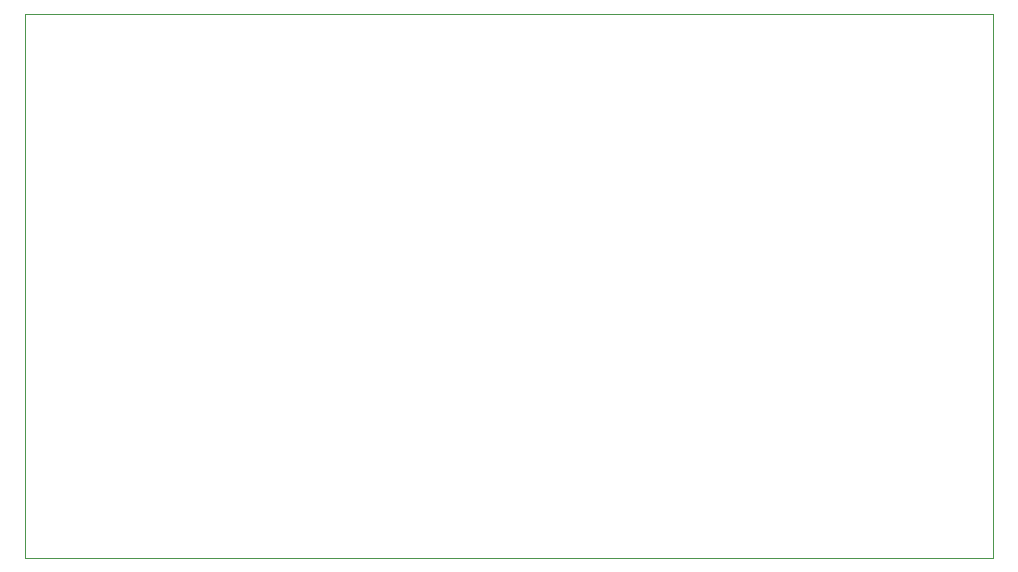
<source format=gm1>
G04 #@! TF.GenerationSoftware,KiCad,Pcbnew,9.0.0*
G04 #@! TF.CreationDate,2025-09-02T12:19:59+03:00*
G04 #@! TF.ProjectId,GSM_SMA_V1.0,47534d5f-534d-4415-9f56-312e302e6b69,rev?*
G04 #@! TF.SameCoordinates,Original*
G04 #@! TF.FileFunction,Profile,NP*
%FSLAX46Y46*%
G04 Gerber Fmt 4.6, Leading zero omitted, Abs format (unit mm)*
G04 Created by KiCad (PCBNEW 9.0.0) date 2025-09-02 12:19:59*
%MOMM*%
%LPD*%
G01*
G04 APERTURE LIST*
G04 #@! TA.AperFunction,Profile*
%ADD10C,0.100000*%
G04 #@! TD*
G04 APERTURE END LIST*
D10*
X75140000Y-75690000D02*
X157140000Y-75690000D01*
X157140000Y-121690000D01*
X75140000Y-121690000D01*
X75140000Y-75690000D01*
M02*

</source>
